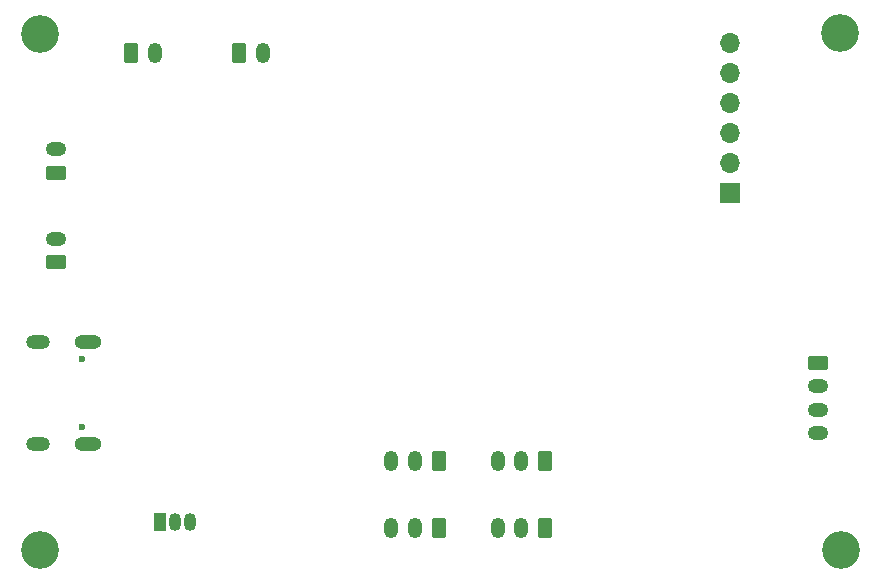
<source format=gbr>
%TF.GenerationSoftware,KiCad,Pcbnew,7.0.1*%
%TF.CreationDate,2023-11-12T23:31:08+01:00*%
%TF.ProjectId,GasWeighter,47617357-6569-4676-9874-65722e6b6963,rev?*%
%TF.SameCoordinates,Original*%
%TF.FileFunction,Soldermask,Bot*%
%TF.FilePolarity,Negative*%
%FSLAX46Y46*%
G04 Gerber Fmt 4.6, Leading zero omitted, Abs format (unit mm)*
G04 Created by KiCad (PCBNEW 7.0.1) date 2023-11-12 23:31:08*
%MOMM*%
%LPD*%
G01*
G04 APERTURE LIST*
G04 Aperture macros list*
%AMRoundRect*
0 Rectangle with rounded corners*
0 $1 Rounding radius*
0 $2 $3 $4 $5 $6 $7 $8 $9 X,Y pos of 4 corners*
0 Add a 4 corners polygon primitive as box body*
4,1,4,$2,$3,$4,$5,$6,$7,$8,$9,$2,$3,0*
0 Add four circle primitives for the rounded corners*
1,1,$1+$1,$2,$3*
1,1,$1+$1,$4,$5*
1,1,$1+$1,$6,$7*
1,1,$1+$1,$8,$9*
0 Add four rect primitives between the rounded corners*
20,1,$1+$1,$2,$3,$4,$5,0*
20,1,$1+$1,$4,$5,$6,$7,0*
20,1,$1+$1,$6,$7,$8,$9,0*
20,1,$1+$1,$8,$9,$2,$3,0*%
G04 Aperture macros list end*
%ADD10C,3.200000*%
%ADD11RoundRect,0.250000X-0.350000X-0.625000X0.350000X-0.625000X0.350000X0.625000X-0.350000X0.625000X0*%
%ADD12O,1.200000X1.750000*%
%ADD13RoundRect,0.250000X0.350000X0.625000X-0.350000X0.625000X-0.350000X-0.625000X0.350000X-0.625000X0*%
%ADD14C,0.600000*%
%ADD15O,2.300000X1.200000*%
%ADD16O,2.000000X1.200000*%
%ADD17R,1.700000X1.700000*%
%ADD18O,1.700000X1.700000*%
%ADD19R,1.050000X1.500000*%
%ADD20O,1.050000X1.500000*%
%ADD21RoundRect,0.250000X0.625000X-0.350000X0.625000X0.350000X-0.625000X0.350000X-0.625000X-0.350000X0*%
%ADD22O,1.750000X1.200000*%
%ADD23RoundRect,0.250000X-0.625000X0.350000X-0.625000X-0.350000X0.625000X-0.350000X0.625000X0.350000X0*%
G04 APERTURE END LIST*
D10*
%TO.C,H1*%
X106250000Y-70500000D03*
%TD*%
D11*
%TO.C,J12*%
X123150000Y-72100000D03*
D12*
X125150000Y-72100000D03*
%TD*%
D13*
%TO.C,J9*%
X149000000Y-112350000D03*
D12*
X147000000Y-112350000D03*
X145000000Y-112350000D03*
%TD*%
D13*
%TO.C,J7*%
X149000000Y-106700000D03*
D12*
X147000000Y-106700000D03*
X145000000Y-106700000D03*
%TD*%
D10*
%TO.C,H3*%
X174078680Y-114221320D03*
%TD*%
D14*
%TO.C,P1*%
X109790000Y-98050000D03*
X109790000Y-103830000D03*
D15*
X110290000Y-96615000D03*
D16*
X106090000Y-96615000D03*
D15*
X110290000Y-105265000D03*
D16*
X106090000Y-105265000D03*
%TD*%
D10*
%TO.C,H2*%
X106271320Y-114200000D03*
%TD*%
%TO.C,H4*%
X173978680Y-70421320D03*
%TD*%
D17*
%TO.C,J11*%
X164650000Y-83950000D03*
D18*
X164650000Y-81410000D03*
X164650000Y-78870000D03*
X164650000Y-76330000D03*
X164650000Y-73790000D03*
X164650000Y-71250000D03*
%TD*%
D19*
%TO.C,U2*%
X116400000Y-111800000D03*
D20*
X117670000Y-111800000D03*
X118940000Y-111800000D03*
%TD*%
D13*
%TO.C,J6*%
X140000000Y-106700000D03*
D12*
X138000000Y-106700000D03*
X136000000Y-106700000D03*
%TD*%
D21*
%TO.C,J2*%
X107650000Y-82250000D03*
D22*
X107650000Y-80250000D03*
%TD*%
D11*
%TO.C,J1*%
X114000000Y-72100000D03*
D12*
X116000000Y-72100000D03*
%TD*%
D23*
%TO.C,J10*%
X172092500Y-98337500D03*
D22*
X172092500Y-100337500D03*
X172092500Y-102337500D03*
X172092500Y-104337500D03*
%TD*%
D21*
%TO.C,J3*%
X107650000Y-89850000D03*
D22*
X107650000Y-87850000D03*
%TD*%
D13*
%TO.C,J8*%
X140000000Y-112350000D03*
D12*
X138000000Y-112350000D03*
X136000000Y-112350000D03*
%TD*%
M02*

</source>
